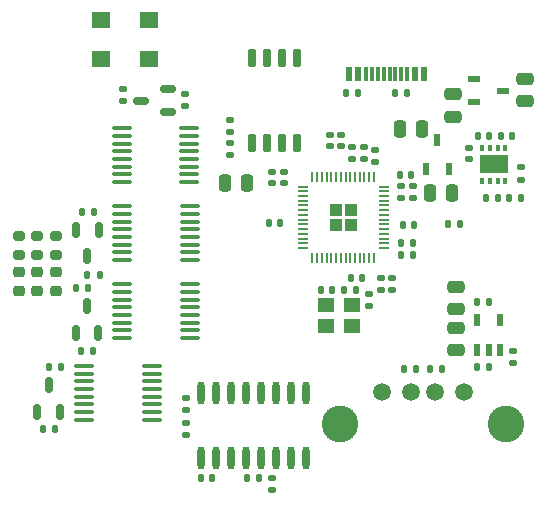
<source format=gtp>
G04 #@! TF.GenerationSoftware,KiCad,Pcbnew,7.0.8*
G04 #@! TF.CreationDate,2023-10-01T21:36:48-07:00*
G04 #@! TF.ProjectId,babelfish,62616265-6c66-4697-9368-2e6b69636164,REV1*
G04 #@! TF.SameCoordinates,Original*
G04 #@! TF.FileFunction,Paste,Top*
G04 #@! TF.FilePolarity,Positive*
%FSLAX46Y46*%
G04 Gerber Fmt 4.6, Leading zero omitted, Abs format (unit mm)*
G04 Created by KiCad (PCBNEW 7.0.8) date 2023-10-01 21:36:48*
%MOMM*%
%LPD*%
G01*
G04 APERTURE LIST*
G04 Aperture macros list*
%AMRoundRect*
0 Rectangle with rounded corners*
0 $1 Rounding radius*
0 $2 $3 $4 $5 $6 $7 $8 $9 X,Y pos of 4 corners*
0 Add a 4 corners polygon primitive as box body*
4,1,4,$2,$3,$4,$5,$6,$7,$8,$9,$2,$3,0*
0 Add four circle primitives for the rounded corners*
1,1,$1+$1,$2,$3*
1,1,$1+$1,$4,$5*
1,1,$1+$1,$6,$7*
1,1,$1+$1,$8,$9*
0 Add four rect primitives between the rounded corners*
20,1,$1+$1,$2,$3,$4,$5,0*
20,1,$1+$1,$4,$5,$6,$7,0*
20,1,$1+$1,$6,$7,$8,$9,0*
20,1,$1+$1,$8,$9,$2,$3,0*%
G04 Aperture macros list end*
%ADD10O,1.731496X0.343002*%
%ADD11R,0.622301X1.104902*%
%ADD12RoundRect,0.135000X-0.135000X-0.185000X0.135000X-0.185000X0.135000X0.185000X-0.135000X0.185000X0*%
%ADD13RoundRect,0.150000X-0.150000X0.512500X-0.150000X-0.512500X0.150000X-0.512500X0.150000X0.512500X0*%
%ADD14RoundRect,0.250000X0.475000X-0.250000X0.475000X0.250000X-0.475000X0.250000X-0.475000X-0.250000X0*%
%ADD15RoundRect,0.135000X0.185000X-0.135000X0.185000X0.135000X-0.185000X0.135000X-0.185000X-0.135000X0*%
%ADD16RoundRect,0.250000X0.250000X0.475000X-0.250000X0.475000X-0.250000X-0.475000X0.250000X-0.475000X0*%
%ADD17RoundRect,0.140000X-0.170000X0.140000X-0.170000X-0.140000X0.170000X-0.140000X0.170000X0.140000X0*%
%ADD18RoundRect,0.218750X0.256250X-0.218750X0.256250X0.218750X-0.256250X0.218750X-0.256250X-0.218750X0*%
%ADD19RoundRect,0.140000X0.140000X0.170000X-0.140000X0.170000X-0.140000X-0.170000X0.140000X-0.170000X0*%
%ADD20RoundRect,0.140000X-0.140000X-0.170000X0.140000X-0.170000X0.140000X0.170000X-0.140000X0.170000X0*%
%ADD21RoundRect,0.135000X0.135000X0.185000X-0.135000X0.185000X-0.135000X-0.185000X0.135000X-0.185000X0*%
%ADD22RoundRect,0.135000X-0.185000X0.135000X-0.185000X-0.135000X0.185000X-0.135000X0.185000X0.135000X0*%
%ADD23R,0.600000X1.240005*%
%ADD24R,0.300000X1.240005*%
%ADD25RoundRect,0.250000X-0.250000X-0.475000X0.250000X-0.475000X0.250000X0.475000X-0.250000X0.475000X0*%
%ADD26R,0.600000X1.070003*%
%ADD27RoundRect,0.140000X0.170000X-0.140000X0.170000X0.140000X-0.170000X0.140000X-0.170000X-0.140000X0*%
%ADD28RoundRect,0.200000X-0.275000X0.200000X-0.275000X-0.200000X0.275000X-0.200000X0.275000X0.200000X0*%
%ADD29RoundRect,0.150000X0.512500X0.150000X-0.512500X0.150000X-0.512500X-0.150000X0.512500X-0.150000X0*%
%ADD30R,0.350013X0.600000*%
%ADD31R,2.400051X1.600000*%
%ADD32RoundRect,0.150000X0.150000X-0.512500X0.150000X0.512500X-0.150000X0.512500X-0.150000X-0.512500X0*%
%ADD33RoundRect,0.250000X-0.292217X-0.292217X0.292217X-0.292217X0.292217X0.292217X-0.292217X0.292217X0*%
%ADD34RoundRect,0.050000X-0.387500X-0.050000X0.387500X-0.050000X0.387500X0.050000X-0.387500X0.050000X0*%
%ADD35RoundRect,0.050000X-0.050000X-0.387500X0.050000X-0.387500X0.050000X0.387500X-0.050000X0.387500X0*%
%ADD36C,1.500000*%
%ADD37C,3.100000*%
%ADD38RoundRect,0.250000X-0.475000X0.250000X-0.475000X-0.250000X0.475000X-0.250000X0.475000X0.250000X0*%
%ADD39R,1.400000X1.200000*%
%ADD40O,0.602007X1.970993*%
%ADD41RoundRect,0.150000X0.150000X-0.650000X0.150000X0.650000X-0.150000X0.650000X-0.150000X-0.650000X0*%
%ADD42R,1.529997X1.359995*%
%ADD43R,1.070003X0.600000*%
G04 APERTURE END LIST*
D10*
X93266655Y-81399796D03*
X93266655Y-82049784D03*
X93266655Y-82699771D03*
X93266655Y-83350012D03*
X93266655Y-84000000D03*
X93266655Y-84649987D03*
X93266655Y-85299974D03*
X93266655Y-85949962D03*
X98998177Y-85949962D03*
X98998177Y-85299974D03*
X98998177Y-84649987D03*
X98998177Y-84000000D03*
X98998177Y-83350012D03*
X98998177Y-82699771D03*
X98998177Y-82049784D03*
X98998177Y-81399796D03*
X93298177Y-87999822D03*
X93298177Y-88649810D03*
X93298177Y-89299797D03*
X93298177Y-89950038D03*
X93298177Y-90600026D03*
X93298177Y-91250013D03*
X93298177Y-91900000D03*
X93298177Y-92549988D03*
X99029699Y-92549988D03*
X99029699Y-91900000D03*
X99029699Y-91250013D03*
X99029699Y-90600026D03*
X99029699Y-89950038D03*
X99029699Y-89299797D03*
X99029699Y-88649810D03*
X99029699Y-87999822D03*
X93298177Y-94599796D03*
X93298177Y-95249784D03*
X93298177Y-95899771D03*
X93298177Y-96550012D03*
X93298177Y-97200000D03*
X93298177Y-97849987D03*
X93298177Y-98499974D03*
X93298177Y-99149962D03*
X99029699Y-99149962D03*
X99029699Y-98499974D03*
X99029699Y-97849987D03*
X99029699Y-97200000D03*
X99029699Y-96550012D03*
X99029699Y-95899771D03*
X99029699Y-95249784D03*
X99029699Y-94599796D03*
X90100000Y-101524917D03*
X90100000Y-102174905D03*
X90100000Y-102824892D03*
X90100000Y-103475133D03*
X90100000Y-104125121D03*
X90100000Y-104775108D03*
X90100000Y-105425095D03*
X90100000Y-106075083D03*
X95831522Y-106075083D03*
X95831522Y-105425095D03*
X95831522Y-104775108D03*
X95831522Y-104125121D03*
X95831522Y-103475133D03*
X95831522Y-102824892D03*
X95831522Y-102174905D03*
X95831522Y-101524917D03*
D11*
X123400585Y-100200000D03*
X124349785Y-100200000D03*
X125300000Y-100200000D03*
X125300000Y-97600050D03*
X123400585Y-97600050D03*
D12*
X89384000Y-94927500D03*
X90404000Y-94927500D03*
D13*
X91330000Y-89971800D03*
X89430000Y-89971800D03*
X90380000Y-92246800D03*
D14*
X121600000Y-96700000D03*
X121600000Y-94800000D03*
D15*
X98671377Y-79546774D03*
X98671377Y-78526774D03*
D16*
X118700000Y-81450000D03*
X116800000Y-81450000D03*
D17*
X98700000Y-106368830D03*
X98700000Y-107328830D03*
D18*
X84550000Y-95175000D03*
X84550000Y-93600000D03*
D19*
X106675500Y-89439000D03*
X105715500Y-89439000D03*
D20*
X116850000Y-85350000D03*
X117810000Y-85350000D03*
D21*
X118200000Y-101750000D03*
X117180000Y-101750000D03*
D22*
X116200000Y-94100000D03*
X116200000Y-95120000D03*
D18*
X86100000Y-95175000D03*
X86100000Y-93600000D03*
D23*
X118905358Y-76789101D03*
X118105510Y-76789101D03*
D24*
X116955396Y-76789101D03*
X115955396Y-76789101D03*
X115455523Y-76789101D03*
X114455523Y-76789101D03*
D23*
X112505561Y-76789101D03*
X113305409Y-76789101D03*
D24*
X113955396Y-76789101D03*
X114955396Y-76789101D03*
X116455523Y-76789101D03*
X117455523Y-76789101D03*
D17*
X106000000Y-111028830D03*
X106000000Y-111988830D03*
D25*
X119350000Y-86900000D03*
X121250000Y-86900000D03*
D15*
X127069979Y-85730051D03*
X127069979Y-84710051D03*
D21*
X121920000Y-89500000D03*
X120900000Y-89500000D03*
X117910500Y-91122600D03*
X116890500Y-91122600D03*
D22*
X102477600Y-80722800D03*
X102477600Y-81742800D03*
D17*
X117900000Y-86300000D03*
X117900000Y-87260000D03*
D26*
X119050038Y-84820154D03*
X120949962Y-84820154D03*
X120000000Y-82350000D03*
D27*
X111875500Y-82900000D03*
X111875500Y-81940000D03*
D28*
X84550000Y-90500000D03*
X84550000Y-92150000D03*
D17*
X116900000Y-86300000D03*
X116900000Y-87260000D03*
D29*
X97198177Y-79999974D03*
X97198177Y-78099974D03*
X94923177Y-79049974D03*
D18*
X87700000Y-95175000D03*
X87700000Y-93600000D03*
D21*
X88129600Y-101583200D03*
X87109600Y-101583200D03*
D22*
X126400000Y-100280000D03*
X126400000Y-101300000D03*
D20*
X103900000Y-111028830D03*
X104860000Y-111028830D03*
X117100000Y-89600000D03*
X118060000Y-89600000D03*
D30*
X123780139Y-85849848D03*
X124440032Y-85850102D03*
X125099926Y-85850102D03*
X125760073Y-85850102D03*
X125760073Y-83050000D03*
X125099926Y-83050000D03*
X124440032Y-83050000D03*
X123780139Y-83050000D03*
D31*
X124769979Y-84450051D03*
D20*
X123400000Y-101600000D03*
X124360000Y-101600000D03*
D22*
X113765500Y-83006200D03*
X113765500Y-84026200D03*
D32*
X86134800Y-105410000D03*
X88034800Y-105410000D03*
X87084800Y-103135000D03*
D33*
X111388000Y-88289000D03*
X111388000Y-89564000D03*
X112663000Y-88289000D03*
X112663000Y-89564000D03*
D34*
X108588000Y-86326500D03*
X108588000Y-86726500D03*
X108588000Y-87126500D03*
X108588000Y-87526500D03*
X108588000Y-87926500D03*
X108588000Y-88326500D03*
X108588000Y-88726500D03*
X108588000Y-89126500D03*
X108588000Y-89526500D03*
X108588000Y-89926500D03*
X108588000Y-90326500D03*
X108588000Y-90726500D03*
X108588000Y-91126500D03*
X108588000Y-91526500D03*
D35*
X109425500Y-92364000D03*
X109825500Y-92364000D03*
X110225500Y-92364000D03*
X110625500Y-92364000D03*
X111025500Y-92364000D03*
X111425500Y-92364000D03*
X111825500Y-92364000D03*
X112225500Y-92364000D03*
X112625500Y-92364000D03*
X113025500Y-92364000D03*
X113425500Y-92364000D03*
X113825500Y-92364000D03*
X114225500Y-92364000D03*
X114625500Y-92364000D03*
D34*
X115463000Y-91526500D03*
X115463000Y-91126500D03*
X115463000Y-90726500D03*
X115463000Y-90326500D03*
X115463000Y-89926500D03*
X115463000Y-89526500D03*
X115463000Y-89126500D03*
X115463000Y-88726500D03*
X115463000Y-88326500D03*
X115463000Y-87926500D03*
X115463000Y-87526500D03*
X115463000Y-87126500D03*
X115463000Y-86726500D03*
X115463000Y-86326500D03*
D35*
X114625500Y-85489000D03*
X114225500Y-85489000D03*
X113825500Y-85489000D03*
X113425500Y-85489000D03*
X113025500Y-85489000D03*
X112625500Y-85489000D03*
X112225500Y-85489000D03*
X111825500Y-85489000D03*
X111425500Y-85489000D03*
X111025500Y-85489000D03*
X110625500Y-85489000D03*
X110225500Y-85489000D03*
X109825500Y-85489000D03*
X109425500Y-85489000D03*
D12*
X86594600Y-106885000D03*
X87614600Y-106885000D03*
D20*
X123400000Y-96100000D03*
X124360000Y-96100000D03*
D36*
X115300000Y-103740000D03*
X117800000Y-103740000D03*
X119800000Y-103740000D03*
X122300000Y-103740000D03*
D37*
X111800000Y-106450000D03*
X125800000Y-106450000D03*
D21*
X113095227Y-95057862D03*
X112075227Y-95057862D03*
D28*
X86100000Y-90500000D03*
X86100000Y-92150000D03*
D21*
X113275500Y-78400000D03*
X112255500Y-78400000D03*
D17*
X122669979Y-83050051D03*
X122669979Y-84010051D03*
D27*
X107049600Y-86028200D03*
X107049600Y-85068200D03*
D21*
X127089979Y-87330051D03*
X126069979Y-87330051D03*
D22*
X112815400Y-83006200D03*
X112815400Y-84026200D03*
D28*
X87700000Y-90500000D03*
X87700000Y-92150000D03*
D12*
X119350000Y-101750000D03*
X120370000Y-101750000D03*
D27*
X114225227Y-96407862D03*
X114225227Y-95447862D03*
D21*
X91400000Y-93800000D03*
X90380000Y-93800000D03*
D32*
X89384000Y-98737500D03*
X91284000Y-98737500D03*
X90334000Y-96462500D03*
D22*
X93369577Y-78049974D03*
X93369577Y-79069974D03*
D12*
X89837200Y-100212500D03*
X90857200Y-100212500D03*
D38*
X121350000Y-78500000D03*
X121350000Y-80400000D03*
D39*
X112775227Y-96357798D03*
X110575075Y-96357798D03*
X110575075Y-98107862D03*
X112775227Y-98107862D03*
D40*
X100009982Y-109300000D03*
X101279985Y-109300000D03*
X102549987Y-109300000D03*
X103819990Y-109300000D03*
X105089992Y-109300000D03*
X106359995Y-109300000D03*
X107629997Y-109300000D03*
X108900000Y-109300000D03*
X108900000Y-103828830D03*
X107629997Y-103828830D03*
X106359995Y-103828830D03*
X105089992Y-103828830D03*
X103819990Y-103828830D03*
X102549987Y-103828830D03*
X101279985Y-103828830D03*
X100009982Y-103828830D03*
D14*
X121600000Y-100200000D03*
X121600000Y-98300000D03*
D20*
X100000000Y-111028830D03*
X100960000Y-111028830D03*
X110115227Y-95057798D03*
X111075227Y-95057798D03*
D27*
X110925500Y-82899000D03*
X110925500Y-81939000D03*
X106033600Y-86028200D03*
X106033600Y-85068200D03*
D38*
X127400000Y-77200000D03*
X127400000Y-79100000D03*
D17*
X98700000Y-104268830D03*
X98700000Y-105228830D03*
D27*
X114705500Y-84230000D03*
X114705500Y-83270000D03*
D21*
X125169979Y-87330051D03*
X124149979Y-87330051D03*
D16*
X103900000Y-86000000D03*
X102000000Y-86000000D03*
D21*
X90925600Y-88498200D03*
X89905600Y-88498200D03*
X117910500Y-92087800D03*
X116890500Y-92087800D03*
D41*
X104281000Y-82629800D03*
X105551000Y-82629800D03*
X106821000Y-82629800D03*
X108091000Y-82629800D03*
X108091000Y-75429800D03*
X106821000Y-75429800D03*
X105551000Y-75429800D03*
X104281000Y-75429800D03*
D42*
X91500000Y-72250000D03*
X95570104Y-72250000D03*
X91500000Y-75500000D03*
X95570104Y-75500000D03*
D20*
X125369979Y-82050051D03*
X126329979Y-82050051D03*
D43*
X123100000Y-77250000D03*
X123100000Y-79149924D03*
X125570154Y-78199962D03*
D19*
X124369979Y-82050051D03*
X123409979Y-82050051D03*
D12*
X116430000Y-78400000D03*
X117450000Y-78400000D03*
D22*
X102477600Y-82630400D03*
X102477600Y-83650400D03*
D20*
X112675500Y-94089000D03*
X113635500Y-94089000D03*
D17*
X115200000Y-94089000D03*
X115200000Y-95049000D03*
M02*

</source>
